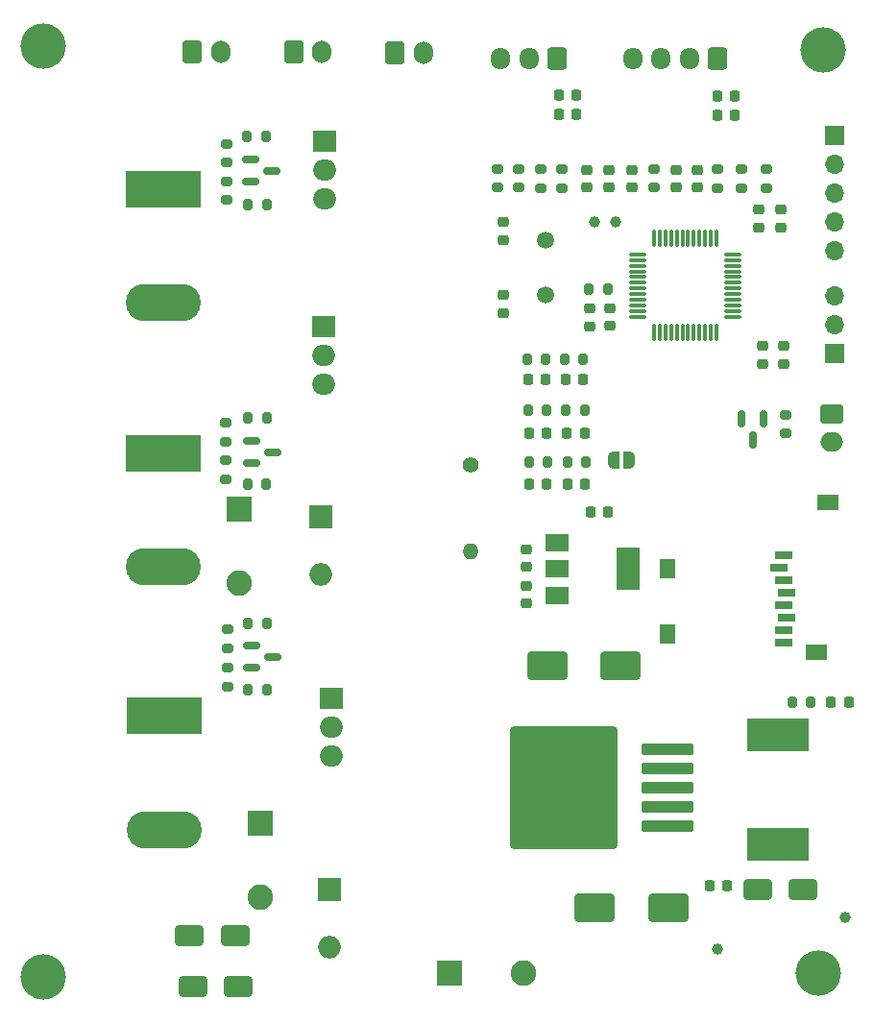
<source format=gbr>
G04 #@! TF.GenerationSoftware,KiCad,Pcbnew,7.0.11-rc3*
G04 #@! TF.CreationDate,2025-08-13T16:24:40+03:00*
G04 #@! TF.ProjectId,Neonest_V_1.3,4e656f6e-6573-4745-9f56-5f312e332e6b,rev?*
G04 #@! TF.SameCoordinates,Original*
G04 #@! TF.FileFunction,Soldermask,Top*
G04 #@! TF.FilePolarity,Negative*
%FSLAX46Y46*%
G04 Gerber Fmt 4.6, Leading zero omitted, Abs format (unit mm)*
G04 Created by KiCad (PCBNEW 7.0.11-rc3) date 2025-08-13 16:24:40*
%MOMM*%
%LPD*%
G01*
G04 APERTURE LIST*
G04 Aperture macros list*
%AMRoundRect*
0 Rectangle with rounded corners*
0 $1 Rounding radius*
0 $2 $3 $4 $5 $6 $7 $8 $9 X,Y pos of 4 corners*
0 Add a 4 corners polygon primitive as box body*
4,1,4,$2,$3,$4,$5,$6,$7,$8,$9,$2,$3,0*
0 Add four circle primitives for the rounded corners*
1,1,$1+$1,$2,$3*
1,1,$1+$1,$4,$5*
1,1,$1+$1,$6,$7*
1,1,$1+$1,$8,$9*
0 Add four rect primitives between the rounded corners*
20,1,$1+$1,$2,$3,$4,$5,0*
20,1,$1+$1,$4,$5,$6,$7,0*
20,1,$1+$1,$6,$7,$8,$9,0*
20,1,$1+$1,$8,$9,$2,$3,0*%
%AMFreePoly0*
4,1,19,0.000000,0.744911,0.071157,0.744911,0.207708,0.704816,0.327430,0.627875,0.420627,0.520320,0.479746,0.390866,0.500000,0.250000,0.500000,-0.250000,0.479746,-0.390866,0.420627,-0.520320,0.327430,-0.627875,0.207708,-0.704816,0.071157,-0.744911,0.000000,-0.744911,0.000000,-0.750000,-0.500000,-0.750000,-0.500000,0.750000,0.000000,0.750000,0.000000,0.744911,0.000000,0.744911,
$1*%
%AMFreePoly1*
4,1,19,0.500000,-0.750000,0.000000,-0.750000,0.000000,-0.744911,-0.071157,-0.744911,-0.207708,-0.704816,-0.327430,-0.627875,-0.420627,-0.520320,-0.479746,-0.390866,-0.500000,-0.250000,-0.500000,0.250000,-0.479746,0.390866,-0.420627,0.520320,-0.327430,0.627875,-0.207708,0.704816,-0.071157,0.744911,0.000000,0.744911,0.000000,0.750000,0.500000,0.750000,0.500000,-0.750000,0.500000,-0.750000,
$1*%
G04 Aperture macros list end*
%ADD10R,2.250000X2.250000*%
%ADD11C,2.250000*%
%ADD12FreePoly0,0.000000*%
%ADD13FreePoly1,0.000000*%
%ADD14C,1.400000*%
%ADD15O,1.400000X1.400000*%
%ADD16RoundRect,0.075000X-0.075000X-0.662500X0.075000X-0.662500X0.075000X0.662500X-0.075000X0.662500X0*%
%ADD17RoundRect,0.075000X-0.662500X-0.075000X0.662500X-0.075000X0.662500X0.075000X-0.662500X0.075000X0*%
%ADD18RoundRect,0.200000X-0.200000X-0.275000X0.200000X-0.275000X0.200000X0.275000X-0.200000X0.275000X0*%
%ADD19RoundRect,0.250000X1.500000X1.000000X-1.500000X1.000000X-1.500000X-1.000000X1.500000X-1.000000X0*%
%ADD20RoundRect,0.225000X-0.225000X-0.250000X0.225000X-0.250000X0.225000X0.250000X-0.225000X0.250000X0*%
%ADD21C,1.000000*%
%ADD22RoundRect,0.250000X1.000000X0.650000X-1.000000X0.650000X-1.000000X-0.650000X1.000000X-0.650000X0*%
%ADD23RoundRect,0.218750X0.218750X0.256250X-0.218750X0.256250X-0.218750X-0.256250X0.218750X-0.256250X0*%
%ADD24RoundRect,0.200000X0.275000X-0.200000X0.275000X0.200000X-0.275000X0.200000X-0.275000X-0.200000X0*%
%ADD25RoundRect,0.225000X0.250000X-0.225000X0.250000X0.225000X-0.250000X0.225000X-0.250000X-0.225000X0*%
%ADD26RoundRect,0.150000X-0.587500X-0.150000X0.587500X-0.150000X0.587500X0.150000X-0.587500X0.150000X0*%
%ADD27R,2.000000X1.905000*%
%ADD28O,2.000000X1.905000*%
%ADD29C,4.000000*%
%ADD30RoundRect,0.200000X-0.275000X0.200000X-0.275000X-0.200000X0.275000X-0.200000X0.275000X0.200000X0*%
%ADD31RoundRect,0.250000X2.050000X0.300000X-2.050000X0.300000X-2.050000X-0.300000X2.050000X-0.300000X0*%
%ADD32RoundRect,0.250002X4.449998X5.149998X-4.449998X5.149998X-4.449998X-5.149998X4.449998X-5.149998X0*%
%ADD33RoundRect,0.225000X-0.250000X0.225000X-0.250000X-0.225000X0.250000X-0.225000X0.250000X0.225000X0*%
%ADD34RoundRect,0.200000X0.200000X0.275000X-0.200000X0.275000X-0.200000X-0.275000X0.200000X-0.275000X0*%
%ADD35R,6.600000X3.300000*%
%ADD36O,6.600000X3.300000*%
%ADD37RoundRect,0.250000X-0.600000X-0.750000X0.600000X-0.750000X0.600000X0.750000X-0.600000X0.750000X0*%
%ADD38O,1.700000X2.000000*%
%ADD39R,1.700000X1.700000*%
%ADD40O,1.700000X1.700000*%
%ADD41RoundRect,0.250000X0.600000X0.725000X-0.600000X0.725000X-0.600000X-0.725000X0.600000X-0.725000X0*%
%ADD42O,1.700000X1.950000*%
%ADD43R,1.400000X1.800000*%
%ADD44R,1.900000X1.400000*%
%ADD45R,1.500000X0.800000*%
%ADD46RoundRect,0.218750X0.256250X-0.218750X0.256250X0.218750X-0.256250X0.218750X-0.256250X-0.218750X0*%
%ADD47RoundRect,0.225000X0.225000X0.250000X-0.225000X0.250000X-0.225000X-0.250000X0.225000X-0.250000X0*%
%ADD48R,2.000000X2.000000*%
%ADD49O,2.000000X2.000000*%
%ADD50C,1.500000*%
%ADD51R,2.000000X1.500000*%
%ADD52R,2.000000X3.800000*%
%ADD53R,5.400000X2.900000*%
%ADD54RoundRect,0.150000X-0.150000X0.587500X-0.150000X-0.587500X0.150000X-0.587500X0.150000X0.587500X0*%
%ADD55RoundRect,0.250000X-0.750000X0.600000X-0.750000X-0.600000X0.750000X-0.600000X0.750000X0.600000X0*%
%ADD56O,2.000000X1.700000*%
G04 APERTURE END LIST*
D10*
G04 #@! TO.C,SW3*
X144810000Y-135690000D03*
D11*
X151310000Y-135690000D03*
G04 #@! TD*
D12*
G04 #@! TO.C,JP1*
X160600000Y-90490000D03*
D13*
X159300000Y-90490000D03*
G04 #@! TD*
D10*
G04 #@! TO.C,SW2*
X128110000Y-122490000D03*
D11*
X128110000Y-128990000D03*
G04 #@! TD*
D10*
G04 #@! TO.C,SW1*
X126280000Y-94780000D03*
D11*
X126280000Y-101280000D03*
G04 #@! TD*
D14*
G04 #@! TO.C,R20*
X146620000Y-90870000D03*
D15*
X146620000Y-98490000D03*
G04 #@! TD*
D16*
G04 #@! TO.C,U3*
X162820000Y-70907500D03*
X163320000Y-70907500D03*
X163820000Y-70907500D03*
X164320000Y-70907500D03*
X164820000Y-70907500D03*
X165320000Y-70907500D03*
X165820000Y-70907500D03*
X166320000Y-70907500D03*
X166820000Y-70907500D03*
X167320000Y-70907500D03*
X167820000Y-70907500D03*
X168320000Y-70907500D03*
D17*
X169732500Y-72320000D03*
X169732500Y-72820000D03*
X169732500Y-73320000D03*
X169732500Y-73820000D03*
X169732500Y-74320000D03*
X169732500Y-74820000D03*
X169732500Y-75320000D03*
X169732500Y-75820000D03*
X169732500Y-76320000D03*
X169732500Y-76820000D03*
X169732500Y-77320000D03*
X169732500Y-77820000D03*
D16*
X168320000Y-79232500D03*
X167820000Y-79232500D03*
X167320000Y-79232500D03*
X166820000Y-79232500D03*
X166320000Y-79232500D03*
X165820000Y-79232500D03*
X165320000Y-79232500D03*
X164820000Y-79232500D03*
X164320000Y-79232500D03*
X163820000Y-79232500D03*
X163320000Y-79232500D03*
X162820000Y-79232500D03*
D17*
X161407500Y-77820000D03*
X161407500Y-77320000D03*
X161407500Y-76820000D03*
X161407500Y-76320000D03*
X161407500Y-75820000D03*
X161407500Y-75320000D03*
X161407500Y-74820000D03*
X161407500Y-74320000D03*
X161407500Y-73820000D03*
X161407500Y-73320000D03*
X161407500Y-72820000D03*
X161407500Y-72320000D03*
G04 #@! TD*
D18*
G04 #@! TO.C,R1*
X151725000Y-86080000D03*
X153375000Y-86080000D03*
G04 #@! TD*
D19*
G04 #@! TO.C,C8*
X159900000Y-108550000D03*
X153400000Y-108550000D03*
G04 #@! TD*
D20*
G04 #@! TO.C,C27*
X154425000Y-59940000D03*
X155975000Y-59940000D03*
G04 #@! TD*
D21*
G04 #@! TO.C,TP5v1*
X179630000Y-130720000D03*
G04 #@! TD*
D19*
G04 #@! TO.C,C3*
X164100000Y-129900000D03*
X157600000Y-129900000D03*
G04 #@! TD*
D18*
G04 #@! TO.C,R3*
X151790000Y-90640000D03*
X153440000Y-90640000D03*
G04 #@! TD*
D22*
G04 #@! TO.C,D3*
X175977500Y-128330000D03*
X171977500Y-128330000D03*
G04 #@! TD*
D23*
G04 #@! TO.C,D4*
X179977500Y-111820000D03*
X178402500Y-111820000D03*
G04 #@! TD*
D24*
G04 #@! TO.C,R16*
X125090000Y-92120000D03*
X125090000Y-90470000D03*
G04 #@! TD*
D25*
G04 #@! TO.C,C17*
X166620000Y-66415000D03*
X166620000Y-64865000D03*
G04 #@! TD*
D24*
G04 #@! TO.C,R10*
X162830000Y-66435000D03*
X162830000Y-64785000D03*
G04 #@! TD*
G04 #@! TO.C,R19*
X125190000Y-110415000D03*
X125190000Y-108765000D03*
G04 #@! TD*
D20*
G04 #@! TO.C,C5*
X155215000Y-92540000D03*
X156765000Y-92540000D03*
G04 #@! TD*
G04 #@! TO.C,C28*
X154405000Y-58310000D03*
X155955000Y-58310000D03*
G04 #@! TD*
D26*
G04 #@! TO.C,Q4*
X127340000Y-106820000D03*
X127340000Y-108720000D03*
X129215000Y-107770000D03*
G04 #@! TD*
D27*
G04 #@! TO.C,Q6*
X133820000Y-62380000D03*
D28*
X133820000Y-64920000D03*
X133820000Y-67460000D03*
G04 #@! TD*
D29*
G04 #@! TO.C,H4*
X109000000Y-136000000D03*
G04 #@! TD*
D30*
G04 #@! TO.C,R27*
X125125000Y-62585000D03*
X125125000Y-64235000D03*
G04 #@! TD*
D31*
G04 #@! TO.C,U1*
X163975000Y-122700000D03*
X163975000Y-121000000D03*
X163975000Y-119300000D03*
D32*
X154825000Y-119300000D03*
D31*
X163975000Y-117600000D03*
X163975000Y-115900000D03*
G04 #@! TD*
D24*
G04 #@! TO.C,R11*
X168410000Y-66455000D03*
X168410000Y-64805000D03*
G04 #@! TD*
D30*
G04 #@! TO.C,R29*
X150870000Y-64795000D03*
X150870000Y-66445000D03*
G04 #@! TD*
D33*
G04 #@! TO.C,C22*
X156890000Y-64850000D03*
X156890000Y-66400000D03*
G04 #@! TD*
D34*
G04 #@! TO.C,R22*
X128665000Y-104845000D03*
X127015000Y-104845000D03*
G04 #@! TD*
D35*
G04 #@! TO.C,J2*
X119680000Y-113010000D03*
D36*
X119680000Y-123010000D03*
G04 #@! TD*
D33*
G04 #@! TO.C,C14*
X172380000Y-81942500D03*
X172380000Y-80392500D03*
G04 #@! TD*
D37*
G04 #@! TO.C,J11*
X131050000Y-54500000D03*
D38*
X133550000Y-54500000D03*
G04 #@! TD*
D27*
G04 #@! TO.C,Q3*
X133730000Y-78680000D03*
D28*
X133730000Y-81220000D03*
X133730000Y-83760000D03*
G04 #@! TD*
D18*
G04 #@! TO.C,R6*
X154925000Y-81560000D03*
X156575000Y-81560000D03*
G04 #@! TD*
D39*
G04 #@! TO.C,J6*
X178730000Y-61795000D03*
D40*
X178730000Y-64335000D03*
X178730000Y-66875000D03*
X178730000Y-69415000D03*
X178730000Y-71955000D03*
G04 #@! TD*
D35*
G04 #@! TO.C,J9*
X119590000Y-66580000D03*
D36*
X119590000Y-76580000D03*
G04 #@! TD*
D34*
G04 #@! TO.C,R17*
X128675000Y-86760000D03*
X127025000Y-86760000D03*
G04 #@! TD*
D30*
G04 #@! TO.C,R8*
X174440000Y-86445000D03*
X174440000Y-88095000D03*
G04 #@! TD*
D29*
G04 #@! TO.C,H3*
X177300000Y-135700000D03*
G04 #@! TD*
D41*
G04 #@! TO.C,J8*
X168450000Y-55070000D03*
D42*
X165950000Y-55070000D03*
X163450000Y-55070000D03*
X160950000Y-55070000D03*
G04 #@! TD*
D33*
G04 #@! TO.C,C11*
X151600000Y-101555000D03*
X151600000Y-103105000D03*
G04 #@! TD*
D30*
G04 #@! TO.C,R18*
X125190000Y-105390000D03*
X125190000Y-107040000D03*
G04 #@! TD*
D22*
G04 #@! TO.C,D1*
X125867500Y-132350000D03*
X121867500Y-132350000D03*
G04 #@! TD*
D34*
G04 #@! TO.C,R25*
X128585000Y-61905000D03*
X126935000Y-61905000D03*
G04 #@! TD*
D30*
G04 #@! TO.C,R15*
X125070000Y-87180000D03*
X125070000Y-88830000D03*
G04 #@! TD*
D21*
G04 #@! TO.C,Y1*
X157540000Y-69477500D03*
X159440000Y-69477500D03*
G04 #@! TD*
D43*
G04 #@! TO.C,J3*
X163970000Y-105750000D03*
D44*
X177120000Y-107350000D03*
D43*
X163970000Y-100050000D03*
D44*
X178120000Y-94200000D03*
D45*
X174270000Y-106560000D03*
X174270000Y-105460000D03*
X174470000Y-104360000D03*
X174270000Y-103260000D03*
X174470000Y-102160000D03*
X174270000Y-101060000D03*
X173870000Y-99960000D03*
X174270000Y-98860000D03*
G04 #@! TD*
D33*
G04 #@! TO.C,C13*
X174230000Y-81952500D03*
X174230000Y-80402500D03*
G04 #@! TD*
D18*
G04 #@! TO.C,R5*
X151625000Y-81560000D03*
X153275000Y-81560000D03*
G04 #@! TD*
G04 #@! TO.C,R7*
X174980000Y-111790000D03*
X176630000Y-111790000D03*
G04 #@! TD*
D26*
G04 #@! TO.C,Q2*
X127325000Y-88785000D03*
X127325000Y-90685000D03*
X129200000Y-89735000D03*
G04 #@! TD*
D30*
G04 #@! TO.C,R14*
X172770000Y-64805000D03*
X172770000Y-66455000D03*
G04 #@! TD*
D18*
G04 #@! TO.C,R2*
X155060000Y-86070000D03*
X156710000Y-86070000D03*
G04 #@! TD*
D20*
G04 #@! TO.C,C4*
X167725000Y-128000000D03*
X169275000Y-128000000D03*
G04 #@! TD*
D46*
G04 #@! TO.C,D5*
X160870000Y-66425000D03*
X160870000Y-64850000D03*
G04 #@! TD*
D37*
G04 #@! TO.C,J10*
X122120000Y-54500000D03*
D38*
X124620000Y-54500000D03*
G04 #@! TD*
D47*
G04 #@! TO.C,C12*
X158760000Y-94990000D03*
X157210000Y-94990000D03*
G04 #@! TD*
G04 #@! TO.C,C6*
X153365000Y-92540000D03*
X151815000Y-92540000D03*
G04 #@! TD*
D48*
G04 #@! TO.C,D8*
X133445000Y-95440000D03*
D49*
X133445000Y-100520000D03*
G04 #@! TD*
D22*
G04 #@! TO.C,D2*
X126160000Y-136850000D03*
X122160000Y-136850000D03*
G04 #@! TD*
D18*
G04 #@! TO.C,R24*
X127035000Y-67905000D03*
X128685000Y-67905000D03*
G04 #@! TD*
D33*
G04 #@! TO.C,C19*
X174040000Y-68392500D03*
X174040000Y-69942500D03*
G04 #@! TD*
D20*
G04 #@! TO.C,C10*
X155000000Y-83360000D03*
X156550000Y-83360000D03*
G04 #@! TD*
D18*
G04 #@! TO.C,R4*
X155190000Y-90640000D03*
X156840000Y-90640000D03*
G04 #@! TD*
D50*
G04 #@! TO.C,Y2*
X153290000Y-71027500D03*
X153290000Y-75907500D03*
G04 #@! TD*
D26*
G04 #@! TO.C,Q7*
X127260000Y-63980000D03*
X127260000Y-65880000D03*
X129135000Y-64930000D03*
G04 #@! TD*
D33*
G04 #@! TO.C,C23*
X149520000Y-69475000D03*
X149520000Y-71025000D03*
G04 #@! TD*
D25*
G04 #@! TO.C,C24*
X149550000Y-77455000D03*
X149550000Y-75905000D03*
G04 #@! TD*
D30*
G04 #@! TO.C,R30*
X152860000Y-64805000D03*
X152860000Y-66455000D03*
G04 #@! TD*
D27*
G04 #@! TO.C,Q5*
X134390000Y-111440000D03*
D28*
X134390000Y-113980000D03*
X134390000Y-116520000D03*
G04 #@! TD*
D25*
G04 #@! TO.C,C18*
X164740000Y-66415000D03*
X164740000Y-64865000D03*
G04 #@! TD*
D47*
G04 #@! TO.C,C1*
X153345000Y-88040000D03*
X151795000Y-88040000D03*
G04 #@! TD*
D41*
G04 #@! TO.C,J4*
X154310000Y-55090000D03*
D42*
X151810000Y-55090000D03*
X149310000Y-55090000D03*
G04 #@! TD*
D33*
G04 #@! TO.C,C20*
X172080000Y-68392500D03*
X172080000Y-69942500D03*
G04 #@! TD*
D51*
G04 #@! TO.C,U2*
X154230000Y-97760000D03*
X154230000Y-100060000D03*
D52*
X160530000Y-100060000D03*
D51*
X154230000Y-102360000D03*
G04 #@! TD*
D47*
G04 #@! TO.C,C7*
X153250000Y-83360000D03*
X151700000Y-83360000D03*
G04 #@! TD*
D33*
G04 #@! TO.C,C21*
X158880000Y-64850000D03*
X158880000Y-66400000D03*
G04 #@! TD*
G04 #@! TO.C,C16*
X158890000Y-77045000D03*
X158890000Y-78595000D03*
G04 #@! TD*
D34*
G04 #@! TO.C,R12*
X158725000Y-75410000D03*
X157075000Y-75410000D03*
G04 #@! TD*
D30*
G04 #@! TO.C,R28*
X149000000Y-64795000D03*
X149000000Y-66445000D03*
G04 #@! TD*
D35*
G04 #@! TO.C,J1*
X119577500Y-89880000D03*
D36*
X119577500Y-99880000D03*
G04 #@! TD*
D18*
G04 #@! TO.C,R21*
X127000000Y-92560000D03*
X128650000Y-92560000D03*
G04 #@! TD*
D20*
G04 #@! TO.C,C26*
X168426000Y-58330000D03*
X169976000Y-58330000D03*
G04 #@! TD*
D53*
G04 #@! TO.C,L1*
X173770000Y-124360000D03*
X173770000Y-114660000D03*
G04 #@! TD*
D24*
G04 #@! TO.C,R26*
X125155000Y-67510000D03*
X125155000Y-65860000D03*
G04 #@! TD*
D33*
G04 #@! TO.C,C15*
X157120000Y-77095000D03*
X157120000Y-78645000D03*
G04 #@! TD*
D20*
G04 #@! TO.C,C25*
X168410000Y-60030000D03*
X169960000Y-60030000D03*
G04 #@! TD*
D40*
G04 #@! TO.C,J7*
X178730000Y-76010000D03*
X178730000Y-78550000D03*
D39*
X178730000Y-81090000D03*
G04 #@! TD*
D37*
G04 #@! TO.C,J12*
X139990000Y-54540000D03*
D38*
X142490000Y-54540000D03*
G04 #@! TD*
D29*
G04 #@! TO.C,H1*
X177700000Y-54300000D03*
G04 #@! TD*
D18*
G04 #@! TO.C,R23*
X127040000Y-110645000D03*
X128690000Y-110645000D03*
G04 #@! TD*
D30*
G04 #@! TO.C,R13*
X170490000Y-64800000D03*
X170490000Y-66450000D03*
G04 #@! TD*
D25*
G04 #@! TO.C,C9*
X151540000Y-99860000D03*
X151540000Y-98310000D03*
G04 #@! TD*
D29*
G04 #@! TO.C,H2*
X109000000Y-54000000D03*
G04 #@! TD*
D54*
G04 #@! TO.C,Q1*
X171510000Y-88645000D03*
X170560000Y-86770000D03*
X172460000Y-86770000D03*
G04 #@! TD*
D55*
G04 #@! TO.C,J5*
X178480000Y-86360000D03*
D56*
X178480000Y-88860000D03*
G04 #@! TD*
D48*
G04 #@! TO.C,D7*
X134165000Y-128290000D03*
D49*
X134165000Y-133370000D03*
G04 #@! TD*
D21*
G04 #@! TO.C,TP3.3v1*
X168400000Y-133530000D03*
G04 #@! TD*
D20*
G04 #@! TO.C,C2*
X155145000Y-88040000D03*
X156695000Y-88040000D03*
G04 #@! TD*
D24*
G04 #@! TO.C,R9*
X154700000Y-66450000D03*
X154700000Y-64800000D03*
G04 #@! TD*
M02*

</source>
